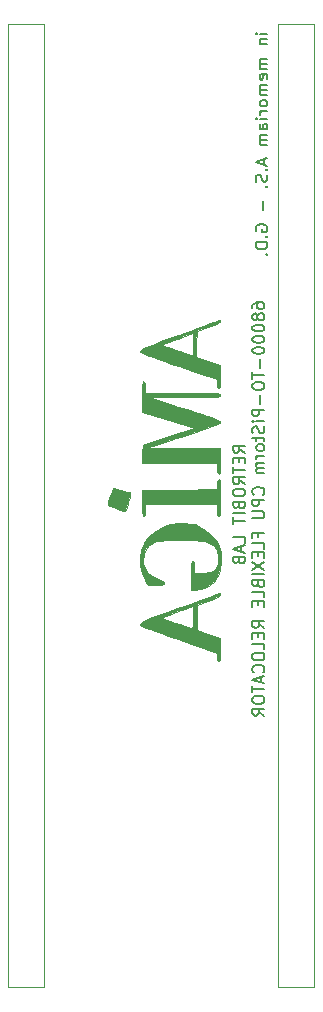
<source format=gbo>
%TF.GenerationSoftware,KiCad,Pcbnew,5.1.9+dfsg1-1~bpo10+1*%
%TF.CreationDate,2021-08-08T21:27:29+02:00*%
%TF.ProjectId,flexm68k,666c6578-6d36-4386-9b2e-6b696361645f,0.2*%
%TF.SameCoordinates,Original*%
%TF.FileFunction,Legend,Bot*%
%TF.FilePolarity,Positive*%
%FSLAX46Y46*%
G04 Gerber Fmt 4.6, Leading zero omitted, Abs format (unit mm)*
G04 Created by KiCad (PCBNEW 5.1.9+dfsg1-1~bpo10+1) date 2021-08-08 21:27:29*
%MOMM*%
%LPD*%
G01*
G04 APERTURE LIST*
%ADD10C,0.150000*%
%ADD11C,0.010000*%
%ADD12C,0.120000*%
G04 APERTURE END LIST*
D10*
X157027380Y-101938095D02*
X156551190Y-101604761D01*
X157027380Y-101366666D02*
X156027380Y-101366666D01*
X156027380Y-101747619D01*
X156075000Y-101842857D01*
X156122619Y-101890476D01*
X156217857Y-101938095D01*
X156360714Y-101938095D01*
X156455952Y-101890476D01*
X156503571Y-101842857D01*
X156551190Y-101747619D01*
X156551190Y-101366666D01*
X156503571Y-102366666D02*
X156503571Y-102700000D01*
X157027380Y-102842857D02*
X157027380Y-102366666D01*
X156027380Y-102366666D01*
X156027380Y-102842857D01*
X156027380Y-103128571D02*
X156027380Y-103700000D01*
X157027380Y-103414285D02*
X156027380Y-103414285D01*
X157027380Y-104604761D02*
X156551190Y-104271428D01*
X157027380Y-104033333D02*
X156027380Y-104033333D01*
X156027380Y-104414285D01*
X156075000Y-104509523D01*
X156122619Y-104557142D01*
X156217857Y-104604761D01*
X156360714Y-104604761D01*
X156455952Y-104557142D01*
X156503571Y-104509523D01*
X156551190Y-104414285D01*
X156551190Y-104033333D01*
X156027380Y-105223809D02*
X156027380Y-105414285D01*
X156075000Y-105509523D01*
X156170238Y-105604761D01*
X156360714Y-105652380D01*
X156694047Y-105652380D01*
X156884523Y-105604761D01*
X156979761Y-105509523D01*
X157027380Y-105414285D01*
X157027380Y-105223809D01*
X156979761Y-105128571D01*
X156884523Y-105033333D01*
X156694047Y-104985714D01*
X156360714Y-104985714D01*
X156170238Y-105033333D01*
X156075000Y-105128571D01*
X156027380Y-105223809D01*
X156503571Y-106414285D02*
X156551190Y-106557142D01*
X156598809Y-106604761D01*
X156694047Y-106652380D01*
X156836904Y-106652380D01*
X156932142Y-106604761D01*
X156979761Y-106557142D01*
X157027380Y-106461904D01*
X157027380Y-106080952D01*
X156027380Y-106080952D01*
X156027380Y-106414285D01*
X156075000Y-106509523D01*
X156122619Y-106557142D01*
X156217857Y-106604761D01*
X156313095Y-106604761D01*
X156408333Y-106557142D01*
X156455952Y-106509523D01*
X156503571Y-106414285D01*
X156503571Y-106080952D01*
X157027380Y-107080952D02*
X156027380Y-107080952D01*
X156027380Y-107414285D02*
X156027380Y-107985714D01*
X157027380Y-107700000D02*
X156027380Y-107700000D01*
X157027380Y-109557142D02*
X157027380Y-109080952D01*
X156027380Y-109080952D01*
X156741666Y-109842857D02*
X156741666Y-110319047D01*
X157027380Y-109747619D02*
X156027380Y-110080952D01*
X157027380Y-110414285D01*
X156503571Y-111080952D02*
X156551190Y-111223809D01*
X156598809Y-111271428D01*
X156694047Y-111319047D01*
X156836904Y-111319047D01*
X156932142Y-111271428D01*
X156979761Y-111223809D01*
X157027380Y-111128571D01*
X157027380Y-110747619D01*
X156027380Y-110747619D01*
X156027380Y-111080952D01*
X156075000Y-111176190D01*
X156122619Y-111223809D01*
X156217857Y-111271428D01*
X156313095Y-111271428D01*
X156408333Y-111223809D01*
X156455952Y-111176190D01*
X156503571Y-111080952D01*
X156503571Y-110747619D01*
X157677380Y-89676190D02*
X157677380Y-89485714D01*
X157725000Y-89390476D01*
X157772619Y-89342857D01*
X157915476Y-89247619D01*
X158105952Y-89200000D01*
X158486904Y-89200000D01*
X158582142Y-89247619D01*
X158629761Y-89295238D01*
X158677380Y-89390476D01*
X158677380Y-89580952D01*
X158629761Y-89676190D01*
X158582142Y-89723809D01*
X158486904Y-89771428D01*
X158248809Y-89771428D01*
X158153571Y-89723809D01*
X158105952Y-89676190D01*
X158058333Y-89580952D01*
X158058333Y-89390476D01*
X158105952Y-89295238D01*
X158153571Y-89247619D01*
X158248809Y-89200000D01*
X158105952Y-90342857D02*
X158058333Y-90247619D01*
X158010714Y-90200000D01*
X157915476Y-90152380D01*
X157867857Y-90152380D01*
X157772619Y-90200000D01*
X157725000Y-90247619D01*
X157677380Y-90342857D01*
X157677380Y-90533333D01*
X157725000Y-90628571D01*
X157772619Y-90676190D01*
X157867857Y-90723809D01*
X157915476Y-90723809D01*
X158010714Y-90676190D01*
X158058333Y-90628571D01*
X158105952Y-90533333D01*
X158105952Y-90342857D01*
X158153571Y-90247619D01*
X158201190Y-90200000D01*
X158296428Y-90152380D01*
X158486904Y-90152380D01*
X158582142Y-90200000D01*
X158629761Y-90247619D01*
X158677380Y-90342857D01*
X158677380Y-90533333D01*
X158629761Y-90628571D01*
X158582142Y-90676190D01*
X158486904Y-90723809D01*
X158296428Y-90723809D01*
X158201190Y-90676190D01*
X158153571Y-90628571D01*
X158105952Y-90533333D01*
X157677380Y-91342857D02*
X157677380Y-91438095D01*
X157725000Y-91533333D01*
X157772619Y-91580952D01*
X157867857Y-91628571D01*
X158058333Y-91676190D01*
X158296428Y-91676190D01*
X158486904Y-91628571D01*
X158582142Y-91580952D01*
X158629761Y-91533333D01*
X158677380Y-91438095D01*
X158677380Y-91342857D01*
X158629761Y-91247619D01*
X158582142Y-91200000D01*
X158486904Y-91152380D01*
X158296428Y-91104761D01*
X158058333Y-91104761D01*
X157867857Y-91152380D01*
X157772619Y-91200000D01*
X157725000Y-91247619D01*
X157677380Y-91342857D01*
X157677380Y-92295238D02*
X157677380Y-92390476D01*
X157725000Y-92485714D01*
X157772619Y-92533333D01*
X157867857Y-92580952D01*
X158058333Y-92628571D01*
X158296428Y-92628571D01*
X158486904Y-92580952D01*
X158582142Y-92533333D01*
X158629761Y-92485714D01*
X158677380Y-92390476D01*
X158677380Y-92295238D01*
X158629761Y-92200000D01*
X158582142Y-92152380D01*
X158486904Y-92104761D01*
X158296428Y-92057142D01*
X158058333Y-92057142D01*
X157867857Y-92104761D01*
X157772619Y-92152380D01*
X157725000Y-92200000D01*
X157677380Y-92295238D01*
X157677380Y-93247619D02*
X157677380Y-93342857D01*
X157725000Y-93438095D01*
X157772619Y-93485714D01*
X157867857Y-93533333D01*
X158058333Y-93580952D01*
X158296428Y-93580952D01*
X158486904Y-93533333D01*
X158582142Y-93485714D01*
X158629761Y-93438095D01*
X158677380Y-93342857D01*
X158677380Y-93247619D01*
X158629761Y-93152380D01*
X158582142Y-93104761D01*
X158486904Y-93057142D01*
X158296428Y-93009523D01*
X158058333Y-93009523D01*
X157867857Y-93057142D01*
X157772619Y-93104761D01*
X157725000Y-93152380D01*
X157677380Y-93247619D01*
X158296428Y-94009523D02*
X158296428Y-94771428D01*
X157677380Y-95104761D02*
X157677380Y-95676190D01*
X158677380Y-95390476D02*
X157677380Y-95390476D01*
X157677380Y-96200000D02*
X157677380Y-96390476D01*
X157725000Y-96485714D01*
X157820238Y-96580952D01*
X158010714Y-96628571D01*
X158344047Y-96628571D01*
X158534523Y-96580952D01*
X158629761Y-96485714D01*
X158677380Y-96390476D01*
X158677380Y-96200000D01*
X158629761Y-96104761D01*
X158534523Y-96009523D01*
X158344047Y-95961904D01*
X158010714Y-95961904D01*
X157820238Y-96009523D01*
X157725000Y-96104761D01*
X157677380Y-96200000D01*
X158296428Y-97057142D02*
X158296428Y-97819047D01*
X158677380Y-98295238D02*
X157677380Y-98295238D01*
X157677380Y-98676190D01*
X157725000Y-98771428D01*
X157772619Y-98819047D01*
X157867857Y-98866666D01*
X158010714Y-98866666D01*
X158105952Y-98819047D01*
X158153571Y-98771428D01*
X158201190Y-98676190D01*
X158201190Y-98295238D01*
X158677380Y-99295238D02*
X158010714Y-99295238D01*
X157677380Y-99295238D02*
X157725000Y-99247619D01*
X157772619Y-99295238D01*
X157725000Y-99342857D01*
X157677380Y-99295238D01*
X157772619Y-99295238D01*
X158629761Y-99723809D02*
X158677380Y-99866666D01*
X158677380Y-100104761D01*
X158629761Y-100200000D01*
X158582142Y-100247619D01*
X158486904Y-100295238D01*
X158391666Y-100295238D01*
X158296428Y-100247619D01*
X158248809Y-100200000D01*
X158201190Y-100104761D01*
X158153571Y-99914285D01*
X158105952Y-99819047D01*
X158058333Y-99771428D01*
X157963095Y-99723809D01*
X157867857Y-99723809D01*
X157772619Y-99771428D01*
X157725000Y-99819047D01*
X157677380Y-99914285D01*
X157677380Y-100152380D01*
X157725000Y-100295238D01*
X158010714Y-100580952D02*
X158010714Y-100961904D01*
X157677380Y-100723809D02*
X158534523Y-100723809D01*
X158629761Y-100771428D01*
X158677380Y-100866666D01*
X158677380Y-100961904D01*
X158677380Y-101438095D02*
X158629761Y-101342857D01*
X158582142Y-101295238D01*
X158486904Y-101247619D01*
X158201190Y-101247619D01*
X158105952Y-101295238D01*
X158058333Y-101342857D01*
X158010714Y-101438095D01*
X158010714Y-101580952D01*
X158058333Y-101676190D01*
X158105952Y-101723809D01*
X158201190Y-101771428D01*
X158486904Y-101771428D01*
X158582142Y-101723809D01*
X158629761Y-101676190D01*
X158677380Y-101580952D01*
X158677380Y-101438095D01*
X158677380Y-102200000D02*
X158010714Y-102200000D01*
X158201190Y-102200000D02*
X158105952Y-102247619D01*
X158058333Y-102295238D01*
X158010714Y-102390476D01*
X158010714Y-102485714D01*
X158677380Y-102819047D02*
X158010714Y-102819047D01*
X158105952Y-102819047D02*
X158058333Y-102866666D01*
X158010714Y-102961904D01*
X158010714Y-103104761D01*
X158058333Y-103200000D01*
X158153571Y-103247619D01*
X158677380Y-103247619D01*
X158153571Y-103247619D02*
X158058333Y-103295238D01*
X158010714Y-103390476D01*
X158010714Y-103533333D01*
X158058333Y-103628571D01*
X158153571Y-103676190D01*
X158677380Y-103676190D01*
X158582142Y-105485714D02*
X158629761Y-105438095D01*
X158677380Y-105295238D01*
X158677380Y-105200000D01*
X158629761Y-105057142D01*
X158534523Y-104961904D01*
X158439285Y-104914285D01*
X158248809Y-104866666D01*
X158105952Y-104866666D01*
X157915476Y-104914285D01*
X157820238Y-104961904D01*
X157725000Y-105057142D01*
X157677380Y-105200000D01*
X157677380Y-105295238D01*
X157725000Y-105438095D01*
X157772619Y-105485714D01*
X158677380Y-105914285D02*
X157677380Y-105914285D01*
X157677380Y-106295238D01*
X157725000Y-106390476D01*
X157772619Y-106438095D01*
X157867857Y-106485714D01*
X158010714Y-106485714D01*
X158105952Y-106438095D01*
X158153571Y-106390476D01*
X158201190Y-106295238D01*
X158201190Y-105914285D01*
X157677380Y-106914285D02*
X158486904Y-106914285D01*
X158582142Y-106961904D01*
X158629761Y-107009523D01*
X158677380Y-107104761D01*
X158677380Y-107295238D01*
X158629761Y-107390476D01*
X158582142Y-107438095D01*
X158486904Y-107485714D01*
X157677380Y-107485714D01*
X158153571Y-109057142D02*
X158153571Y-108723809D01*
X158677380Y-108723809D02*
X157677380Y-108723809D01*
X157677380Y-109200000D01*
X158677380Y-110057142D02*
X158677380Y-109580952D01*
X157677380Y-109580952D01*
X158153571Y-110390476D02*
X158153571Y-110723809D01*
X158677380Y-110866666D02*
X158677380Y-110390476D01*
X157677380Y-110390476D01*
X157677380Y-110866666D01*
X157677380Y-111200000D02*
X158677380Y-111866666D01*
X157677380Y-111866666D02*
X158677380Y-111200000D01*
X158677380Y-112247619D02*
X157677380Y-112247619D01*
X158153571Y-113057142D02*
X158201190Y-113199999D01*
X158248809Y-113247619D01*
X158344047Y-113295238D01*
X158486904Y-113295238D01*
X158582142Y-113247619D01*
X158629761Y-113199999D01*
X158677380Y-113104761D01*
X158677380Y-112723809D01*
X157677380Y-112723809D01*
X157677380Y-113057142D01*
X157725000Y-113152380D01*
X157772619Y-113199999D01*
X157867857Y-113247619D01*
X157963095Y-113247619D01*
X158058333Y-113199999D01*
X158105952Y-113152380D01*
X158153571Y-113057142D01*
X158153571Y-112723809D01*
X158677380Y-114199999D02*
X158677380Y-113723809D01*
X157677380Y-113723809D01*
X158153571Y-114533333D02*
X158153571Y-114866666D01*
X158677380Y-115009523D02*
X158677380Y-114533333D01*
X157677380Y-114533333D01*
X157677380Y-115009523D01*
X158677380Y-116771428D02*
X158201190Y-116438095D01*
X158677380Y-116199999D02*
X157677380Y-116199999D01*
X157677380Y-116580952D01*
X157725000Y-116676190D01*
X157772619Y-116723809D01*
X157867857Y-116771428D01*
X158010714Y-116771428D01*
X158105952Y-116723809D01*
X158153571Y-116676190D01*
X158201190Y-116580952D01*
X158201190Y-116199999D01*
X158153571Y-117199999D02*
X158153571Y-117533333D01*
X158677380Y-117676190D02*
X158677380Y-117199999D01*
X157677380Y-117199999D01*
X157677380Y-117676190D01*
X158677380Y-118580952D02*
X158677380Y-118104761D01*
X157677380Y-118104761D01*
X157677380Y-119104761D02*
X157677380Y-119295238D01*
X157725000Y-119390476D01*
X157820238Y-119485714D01*
X158010714Y-119533333D01*
X158344047Y-119533333D01*
X158534523Y-119485714D01*
X158629761Y-119390476D01*
X158677380Y-119295238D01*
X158677380Y-119104761D01*
X158629761Y-119009523D01*
X158534523Y-118914285D01*
X158344047Y-118866666D01*
X158010714Y-118866666D01*
X157820238Y-118914285D01*
X157725000Y-119009523D01*
X157677380Y-119104761D01*
X158582142Y-120533333D02*
X158629761Y-120485714D01*
X158677380Y-120342857D01*
X158677380Y-120247619D01*
X158629761Y-120104761D01*
X158534523Y-120009523D01*
X158439285Y-119961904D01*
X158248809Y-119914285D01*
X158105952Y-119914285D01*
X157915476Y-119961904D01*
X157820238Y-120009523D01*
X157725000Y-120104761D01*
X157677380Y-120247619D01*
X157677380Y-120342857D01*
X157725000Y-120485714D01*
X157772619Y-120533333D01*
X158391666Y-120914285D02*
X158391666Y-121390476D01*
X158677380Y-120819047D02*
X157677380Y-121152380D01*
X158677380Y-121485714D01*
X157677380Y-121676190D02*
X157677380Y-122247619D01*
X158677380Y-121961904D02*
X157677380Y-121961904D01*
X157677380Y-122771428D02*
X157677380Y-122961904D01*
X157725000Y-123057142D01*
X157820238Y-123152380D01*
X158010714Y-123199999D01*
X158344047Y-123199999D01*
X158534523Y-123152380D01*
X158629761Y-123057142D01*
X158677380Y-122961904D01*
X158677380Y-122771428D01*
X158629761Y-122676190D01*
X158534523Y-122580952D01*
X158344047Y-122533333D01*
X158010714Y-122533333D01*
X157820238Y-122580952D01*
X157725000Y-122676190D01*
X157677380Y-122771428D01*
X158677380Y-124199999D02*
X158201190Y-123866666D01*
X158677380Y-123628571D02*
X157677380Y-123628571D01*
X157677380Y-124009523D01*
X157725000Y-124104761D01*
X157772619Y-124152380D01*
X157867857Y-124199999D01*
X158010714Y-124199999D01*
X158105952Y-124152380D01*
X158153571Y-124104761D01*
X158201190Y-124009523D01*
X158201190Y-123628571D01*
X158952380Y-66466666D02*
X158285714Y-66466666D01*
X157952380Y-66466666D02*
X158000000Y-66419047D01*
X158047619Y-66466666D01*
X158000000Y-66514285D01*
X157952380Y-66466666D01*
X158047619Y-66466666D01*
X158285714Y-66942857D02*
X158952380Y-66942857D01*
X158380952Y-66942857D02*
X158333333Y-66990476D01*
X158285714Y-67085714D01*
X158285714Y-67228571D01*
X158333333Y-67323809D01*
X158428571Y-67371428D01*
X158952380Y-67371428D01*
X158952380Y-68609523D02*
X158285714Y-68609523D01*
X158380952Y-68609523D02*
X158333333Y-68657142D01*
X158285714Y-68752380D01*
X158285714Y-68895238D01*
X158333333Y-68990476D01*
X158428571Y-69038095D01*
X158952380Y-69038095D01*
X158428571Y-69038095D02*
X158333333Y-69085714D01*
X158285714Y-69180952D01*
X158285714Y-69323809D01*
X158333333Y-69419047D01*
X158428571Y-69466666D01*
X158952380Y-69466666D01*
X158904761Y-70323809D02*
X158952380Y-70228571D01*
X158952380Y-70038095D01*
X158904761Y-69942857D01*
X158809523Y-69895238D01*
X158428571Y-69895238D01*
X158333333Y-69942857D01*
X158285714Y-70038095D01*
X158285714Y-70228571D01*
X158333333Y-70323809D01*
X158428571Y-70371428D01*
X158523809Y-70371428D01*
X158619047Y-69895238D01*
X158952380Y-70800000D02*
X158285714Y-70800000D01*
X158380952Y-70800000D02*
X158333333Y-70847619D01*
X158285714Y-70942857D01*
X158285714Y-71085714D01*
X158333333Y-71180952D01*
X158428571Y-71228571D01*
X158952380Y-71228571D01*
X158428571Y-71228571D02*
X158333333Y-71276190D01*
X158285714Y-71371428D01*
X158285714Y-71514285D01*
X158333333Y-71609523D01*
X158428571Y-71657142D01*
X158952380Y-71657142D01*
X158952380Y-72276190D02*
X158904761Y-72180952D01*
X158857142Y-72133333D01*
X158761904Y-72085714D01*
X158476190Y-72085714D01*
X158380952Y-72133333D01*
X158333333Y-72180952D01*
X158285714Y-72276190D01*
X158285714Y-72419047D01*
X158333333Y-72514285D01*
X158380952Y-72561904D01*
X158476190Y-72609523D01*
X158761904Y-72609523D01*
X158857142Y-72561904D01*
X158904761Y-72514285D01*
X158952380Y-72419047D01*
X158952380Y-72276190D01*
X158952380Y-73038095D02*
X158285714Y-73038095D01*
X158476190Y-73038095D02*
X158380952Y-73085714D01*
X158333333Y-73133333D01*
X158285714Y-73228571D01*
X158285714Y-73323809D01*
X158952380Y-73657142D02*
X158285714Y-73657142D01*
X157952380Y-73657142D02*
X158000000Y-73609523D01*
X158047619Y-73657142D01*
X158000000Y-73704761D01*
X157952380Y-73657142D01*
X158047619Y-73657142D01*
X158952380Y-74561904D02*
X158428571Y-74561904D01*
X158333333Y-74514285D01*
X158285714Y-74419047D01*
X158285714Y-74228571D01*
X158333333Y-74133333D01*
X158904761Y-74561904D02*
X158952380Y-74466666D01*
X158952380Y-74228571D01*
X158904761Y-74133333D01*
X158809523Y-74085714D01*
X158714285Y-74085714D01*
X158619047Y-74133333D01*
X158571428Y-74228571D01*
X158571428Y-74466666D01*
X158523809Y-74561904D01*
X158952380Y-75038095D02*
X158285714Y-75038095D01*
X158380952Y-75038095D02*
X158333333Y-75085714D01*
X158285714Y-75180952D01*
X158285714Y-75323809D01*
X158333333Y-75419047D01*
X158428571Y-75466666D01*
X158952380Y-75466666D01*
X158428571Y-75466666D02*
X158333333Y-75514285D01*
X158285714Y-75609523D01*
X158285714Y-75752380D01*
X158333333Y-75847619D01*
X158428571Y-75895238D01*
X158952380Y-75895238D01*
X158666666Y-77085714D02*
X158666666Y-77561904D01*
X158952380Y-76990476D02*
X157952380Y-77323809D01*
X158952380Y-77657142D01*
X158857142Y-77990476D02*
X158904761Y-78038095D01*
X158952380Y-77990476D01*
X158904761Y-77942857D01*
X158857142Y-77990476D01*
X158952380Y-77990476D01*
X158904761Y-78419047D02*
X158952380Y-78561904D01*
X158952380Y-78800000D01*
X158904761Y-78895238D01*
X158857142Y-78942857D01*
X158761904Y-78990476D01*
X158666666Y-78990476D01*
X158571428Y-78942857D01*
X158523809Y-78895238D01*
X158476190Y-78800000D01*
X158428571Y-78609523D01*
X158380952Y-78514285D01*
X158333333Y-78466666D01*
X158238095Y-78419047D01*
X158142857Y-78419047D01*
X158047619Y-78466666D01*
X158000000Y-78514285D01*
X157952380Y-78609523D01*
X157952380Y-78847619D01*
X158000000Y-78990476D01*
X158857142Y-79419047D02*
X158904761Y-79466666D01*
X158952380Y-79419047D01*
X158904761Y-79371428D01*
X158857142Y-79419047D01*
X158952380Y-79419047D01*
X158571428Y-80657142D02*
X158571428Y-81419047D01*
X158000000Y-83180952D02*
X157952380Y-83085714D01*
X157952380Y-82942857D01*
X158000000Y-82800000D01*
X158095238Y-82704761D01*
X158190476Y-82657142D01*
X158380952Y-82609523D01*
X158523809Y-82609523D01*
X158714285Y-82657142D01*
X158809523Y-82704761D01*
X158904761Y-82800000D01*
X158952380Y-82942857D01*
X158952380Y-83038095D01*
X158904761Y-83180952D01*
X158857142Y-83228571D01*
X158523809Y-83228571D01*
X158523809Y-83038095D01*
X158857142Y-83657142D02*
X158904761Y-83704761D01*
X158952380Y-83657142D01*
X158904761Y-83609523D01*
X158857142Y-83657142D01*
X158952380Y-83657142D01*
X158952380Y-84133333D02*
X157952380Y-84133333D01*
X157952380Y-84371428D01*
X158000000Y-84514285D01*
X158095238Y-84609523D01*
X158190476Y-84657142D01*
X158380952Y-84704761D01*
X158523809Y-84704761D01*
X158714285Y-84657142D01*
X158809523Y-84609523D01*
X158904761Y-84514285D01*
X158952380Y-84371428D01*
X158952380Y-84133333D01*
X158857142Y-85133333D02*
X158904761Y-85180952D01*
X158952380Y-85133333D01*
X158904761Y-85085714D01*
X158857142Y-85133333D01*
X158952380Y-85133333D01*
D11*
%TO.C,L2*%
G36*
X145467633Y-106407739D02*
G01*
X145607635Y-106483128D01*
X145862898Y-106577177D01*
X146134033Y-106665705D01*
X146466241Y-106767201D01*
X146732499Y-106839747D01*
X146895814Y-106873721D01*
X146928509Y-106872320D01*
X146964932Y-106779884D01*
X147034733Y-106562821D01*
X147125798Y-106259608D01*
X147175198Y-106088842D01*
X147279591Y-105691393D01*
X147322952Y-105439452D01*
X147307038Y-105321263D01*
X147291479Y-105310294D01*
X147060605Y-105238992D01*
X146766548Y-105153610D01*
X146456746Y-105067191D01*
X146178638Y-104992776D01*
X145979660Y-104943409D01*
X145910703Y-104930667D01*
X145845300Y-105010411D01*
X145746430Y-105239191D01*
X145619901Y-105601326D01*
X145471518Y-106081134D01*
X145422928Y-106248051D01*
X145415272Y-106334788D01*
X145467633Y-106407739D01*
G37*
X145467633Y-106407739D02*
X145607635Y-106483128D01*
X145862898Y-106577177D01*
X146134033Y-106665705D01*
X146466241Y-106767201D01*
X146732499Y-106839747D01*
X146895814Y-106873721D01*
X146928509Y-106872320D01*
X146964932Y-106779884D01*
X147034733Y-106562821D01*
X147125798Y-106259608D01*
X147175198Y-106088842D01*
X147279591Y-105691393D01*
X147322952Y-105439452D01*
X147307038Y-105321263D01*
X147291479Y-105310294D01*
X147060605Y-105238992D01*
X146766548Y-105153610D01*
X146456746Y-105067191D01*
X146178638Y-104992776D01*
X145979660Y-104943409D01*
X145910703Y-104930667D01*
X145845300Y-105010411D01*
X145746430Y-105239191D01*
X145619901Y-105601326D01*
X145471518Y-106081134D01*
X145422928Y-106248051D01*
X145415272Y-106334788D01*
X145467633Y-106407739D01*
G36*
X148182153Y-116543213D02*
G01*
X148226263Y-116583379D01*
X148315355Y-116633504D01*
X148462958Y-116699039D01*
X148682601Y-116785435D01*
X148987811Y-116898145D01*
X149392118Y-117042619D01*
X149909050Y-117224310D01*
X150552136Y-117448669D01*
X151334903Y-117721149D01*
X151766333Y-117871368D01*
X154645000Y-118874034D01*
X154671034Y-119226017D01*
X154716354Y-119480368D01*
X154804512Y-119576735D01*
X154819201Y-119578000D01*
X154873701Y-119548207D01*
X154909814Y-119441664D01*
X154930839Y-119232628D01*
X154940076Y-118895354D01*
X154941333Y-118625082D01*
X154941333Y-117672165D01*
X153946500Y-117323883D01*
X152951666Y-116975601D01*
X152951666Y-114811145D01*
X153946069Y-114464073D01*
X154387090Y-114304126D01*
X154685427Y-114179925D01*
X154861402Y-114081355D01*
X154935336Y-113998300D01*
X154940902Y-113968833D01*
X154931242Y-113843835D01*
X154920166Y-113822429D01*
X154838738Y-113850802D01*
X154614774Y-113931150D01*
X154264841Y-114057472D01*
X153805500Y-114223769D01*
X153253319Y-114424039D01*
X152655333Y-114641216D01*
X152655333Y-114928922D01*
X152655333Y-115856461D01*
X152649687Y-116293706D01*
X152631281Y-116581274D01*
X152597912Y-116738491D01*
X152549500Y-116784726D01*
X152431743Y-116759682D01*
X152195921Y-116691393D01*
X151875423Y-116591101D01*
X151503639Y-116470051D01*
X151113959Y-116339485D01*
X150739772Y-116210647D01*
X150414470Y-116094780D01*
X150171442Y-116003128D01*
X150044078Y-115946934D01*
X150032952Y-115937333D01*
X150106534Y-115892353D01*
X150305737Y-115805341D01*
X150596494Y-115690593D01*
X150814331Y-115609407D01*
X151229175Y-115457551D01*
X151656340Y-115300399D01*
X152023140Y-115164713D01*
X152126166Y-115126368D01*
X152655333Y-114928922D01*
X152655333Y-114641216D01*
X152624861Y-114652283D01*
X151936690Y-114902500D01*
X151554666Y-115041517D01*
X150717024Y-115347499D01*
X150025946Y-115602715D01*
X149468256Y-115812586D01*
X149030777Y-115982532D01*
X148700333Y-116117974D01*
X148463748Y-116224331D01*
X148307846Y-116307024D01*
X148219451Y-116371473D01*
X148185385Y-116423099D01*
X148184432Y-116427944D01*
X148174766Y-116470947D01*
X148169497Y-116507552D01*
X148182153Y-116543213D01*
G37*
X148182153Y-116543213D02*
X148226263Y-116583379D01*
X148315355Y-116633504D01*
X148462958Y-116699039D01*
X148682601Y-116785435D01*
X148987811Y-116898145D01*
X149392118Y-117042619D01*
X149909050Y-117224310D01*
X150552136Y-117448669D01*
X151334903Y-117721149D01*
X151766333Y-117871368D01*
X154645000Y-118874034D01*
X154671034Y-119226017D01*
X154716354Y-119480368D01*
X154804512Y-119576735D01*
X154819201Y-119578000D01*
X154873701Y-119548207D01*
X154909814Y-119441664D01*
X154930839Y-119232628D01*
X154940076Y-118895354D01*
X154941333Y-118625082D01*
X154941333Y-117672165D01*
X153946500Y-117323883D01*
X152951666Y-116975601D01*
X152951666Y-114811145D01*
X153946069Y-114464073D01*
X154387090Y-114304126D01*
X154685427Y-114179925D01*
X154861402Y-114081355D01*
X154935336Y-113998300D01*
X154940902Y-113968833D01*
X154931242Y-113843835D01*
X154920166Y-113822429D01*
X154838738Y-113850802D01*
X154614774Y-113931150D01*
X154264841Y-114057472D01*
X153805500Y-114223769D01*
X153253319Y-114424039D01*
X152655333Y-114641216D01*
X152655333Y-114928922D01*
X152655333Y-115856461D01*
X152649687Y-116293706D01*
X152631281Y-116581274D01*
X152597912Y-116738491D01*
X152549500Y-116784726D01*
X152431743Y-116759682D01*
X152195921Y-116691393D01*
X151875423Y-116591101D01*
X151503639Y-116470051D01*
X151113959Y-116339485D01*
X150739772Y-116210647D01*
X150414470Y-116094780D01*
X150171442Y-116003128D01*
X150044078Y-115946934D01*
X150032952Y-115937333D01*
X150106534Y-115892353D01*
X150305737Y-115805341D01*
X150596494Y-115690593D01*
X150814331Y-115609407D01*
X151229175Y-115457551D01*
X151656340Y-115300399D01*
X152023140Y-115164713D01*
X152126166Y-115126368D01*
X152655333Y-114928922D01*
X152655333Y-114641216D01*
X152624861Y-114652283D01*
X151936690Y-114902500D01*
X151554666Y-115041517D01*
X150717024Y-115347499D01*
X150025946Y-115602715D01*
X149468256Y-115812586D01*
X149030777Y-115982532D01*
X148700333Y-116117974D01*
X148463748Y-116224331D01*
X148307846Y-116307024D01*
X148219451Y-116371473D01*
X148185385Y-116423099D01*
X148184432Y-116427944D01*
X148174766Y-116470947D01*
X148169497Y-116507552D01*
X148182153Y-116543213D01*
G36*
X148340167Y-106659860D02*
G01*
X148350599Y-106973813D01*
X148371523Y-107168612D01*
X148405832Y-107269316D01*
X148456421Y-107300981D01*
X148464333Y-107301333D01*
X148538009Y-107262383D01*
X148577603Y-107124275D01*
X148591069Y-106855125D01*
X148591333Y-106792264D01*
X148591333Y-106283194D01*
X151618166Y-106305430D01*
X154645000Y-106327667D01*
X154670391Y-106814500D01*
X154699047Y-107111038D01*
X154750900Y-107264440D01*
X154818558Y-107301333D01*
X154862590Y-107277465D01*
X154894998Y-107191857D01*
X154917428Y-107023510D01*
X154931525Y-106751421D01*
X154938937Y-106354589D01*
X154941309Y-105812012D01*
X154941333Y-105735000D01*
X154939454Y-105173113D01*
X154932724Y-104759549D01*
X154919501Y-104473330D01*
X154898143Y-104293475D01*
X154867008Y-104199006D01*
X154824455Y-104168943D01*
X154818757Y-104168667D01*
X154737289Y-104226280D01*
X154688341Y-104414429D01*
X154670591Y-104613167D01*
X154645000Y-105057667D01*
X151491166Y-105079864D01*
X148337333Y-105102061D01*
X148337333Y-106201697D01*
X148340167Y-106659860D01*
G37*
X148340167Y-106659860D02*
X148350599Y-106973813D01*
X148371523Y-107168612D01*
X148405832Y-107269316D01*
X148456421Y-107300981D01*
X148464333Y-107301333D01*
X148538009Y-107262383D01*
X148577603Y-107124275D01*
X148591069Y-106855125D01*
X148591333Y-106792264D01*
X148591333Y-106283194D01*
X151618166Y-106305430D01*
X154645000Y-106327667D01*
X154670391Y-106814500D01*
X154699047Y-107111038D01*
X154750900Y-107264440D01*
X154818558Y-107301333D01*
X154862590Y-107277465D01*
X154894998Y-107191857D01*
X154917428Y-107023510D01*
X154931525Y-106751421D01*
X154938937Y-106354589D01*
X154941309Y-105812012D01*
X154941333Y-105735000D01*
X154939454Y-105173113D01*
X154932724Y-104759549D01*
X154919501Y-104473330D01*
X154898143Y-104293475D01*
X154867008Y-104199006D01*
X154824455Y-104168943D01*
X154818757Y-104168667D01*
X154737289Y-104226280D01*
X154688341Y-104414429D01*
X154670591Y-104613167D01*
X154645000Y-105057667D01*
X151491166Y-105079864D01*
X148337333Y-105102061D01*
X148337333Y-106201697D01*
X148340167Y-106659860D01*
G36*
X154687333Y-102814000D02*
G01*
X154687333Y-103279667D01*
X154698735Y-103560491D01*
X154738743Y-103705072D01*
X154814333Y-103745333D01*
X154867226Y-103720804D01*
X154903478Y-103630516D01*
X154925980Y-103449424D01*
X154937620Y-103152480D01*
X154941290Y-102714636D01*
X154941333Y-102644667D01*
X154941333Y-101544000D01*
X151879222Y-101544000D01*
X151180111Y-101542956D01*
X150539218Y-101539983D01*
X149975070Y-101535324D01*
X149506195Y-101529220D01*
X149151118Y-101521911D01*
X148928367Y-101513638D01*
X148856445Y-101504666D01*
X148943253Y-101470692D01*
X149173337Y-101391076D01*
X149528689Y-101271773D01*
X149991303Y-101118737D01*
X150543174Y-100937922D01*
X151166293Y-100735281D01*
X151842656Y-100516769D01*
X151897389Y-100499146D01*
X152685556Y-100244409D01*
X153326651Y-100034416D01*
X153835311Y-99863664D01*
X154226171Y-99726651D01*
X154513866Y-99617873D01*
X154713033Y-99531827D01*
X154838306Y-99463012D01*
X154904321Y-99405925D01*
X154925052Y-99360796D01*
X154919421Y-99295323D01*
X154867681Y-99232006D01*
X154749158Y-99161742D01*
X154543176Y-99075429D01*
X154229060Y-98963966D01*
X153786134Y-98818248D01*
X153443386Y-98708499D01*
X152817727Y-98508658D01*
X152102584Y-98279268D01*
X151369450Y-98043316D01*
X150689817Y-97823793D01*
X150411666Y-97733630D01*
X148887666Y-97238892D01*
X151914500Y-97232446D01*
X152709548Y-97230505D01*
X153351605Y-97227785D01*
X153857011Y-97223337D01*
X154242107Y-97216211D01*
X154523235Y-97205460D01*
X154716735Y-97190133D01*
X154838948Y-97169283D01*
X154906217Y-97141959D01*
X154934881Y-97107213D01*
X154941283Y-97064097D01*
X154941333Y-97056667D01*
X154937109Y-97013111D01*
X154913792Y-96977747D01*
X154855414Y-96949720D01*
X154746008Y-96928178D01*
X154569607Y-96912268D01*
X154310243Y-96901138D01*
X153951948Y-96893934D01*
X153478755Y-96889805D01*
X152874698Y-96887897D01*
X152123807Y-96887357D01*
X151770558Y-96887333D01*
X148599783Y-96887333D01*
X148574391Y-96407189D01*
X148540970Y-96112088D01*
X148482722Y-95930646D01*
X148443166Y-95892133D01*
X148401070Y-95916800D01*
X148370997Y-96035336D01*
X148351389Y-96266424D01*
X148340688Y-96628745D01*
X148337336Y-97140984D01*
X148337333Y-97161312D01*
X148337333Y-98465401D01*
X152782333Y-99830443D01*
X150581000Y-100543159D01*
X148379666Y-101255875D01*
X148355322Y-102034937D01*
X148330978Y-102814000D01*
X154687333Y-102814000D01*
G37*
X154687333Y-102814000D02*
X154687333Y-103279667D01*
X154698735Y-103560491D01*
X154738743Y-103705072D01*
X154814333Y-103745333D01*
X154867226Y-103720804D01*
X154903478Y-103630516D01*
X154925980Y-103449424D01*
X154937620Y-103152480D01*
X154941290Y-102714636D01*
X154941333Y-102644667D01*
X154941333Y-101544000D01*
X151879222Y-101544000D01*
X151180111Y-101542956D01*
X150539218Y-101539983D01*
X149975070Y-101535324D01*
X149506195Y-101529220D01*
X149151118Y-101521911D01*
X148928367Y-101513638D01*
X148856445Y-101504666D01*
X148943253Y-101470692D01*
X149173337Y-101391076D01*
X149528689Y-101271773D01*
X149991303Y-101118737D01*
X150543174Y-100937922D01*
X151166293Y-100735281D01*
X151842656Y-100516769D01*
X151897389Y-100499146D01*
X152685556Y-100244409D01*
X153326651Y-100034416D01*
X153835311Y-99863664D01*
X154226171Y-99726651D01*
X154513866Y-99617873D01*
X154713033Y-99531827D01*
X154838306Y-99463012D01*
X154904321Y-99405925D01*
X154925052Y-99360796D01*
X154919421Y-99295323D01*
X154867681Y-99232006D01*
X154749158Y-99161742D01*
X154543176Y-99075429D01*
X154229060Y-98963966D01*
X153786134Y-98818248D01*
X153443386Y-98708499D01*
X152817727Y-98508658D01*
X152102584Y-98279268D01*
X151369450Y-98043316D01*
X150689817Y-97823793D01*
X150411666Y-97733630D01*
X148887666Y-97238892D01*
X151914500Y-97232446D01*
X152709548Y-97230505D01*
X153351605Y-97227785D01*
X153857011Y-97223337D01*
X154242107Y-97216211D01*
X154523235Y-97205460D01*
X154716735Y-97190133D01*
X154838948Y-97169283D01*
X154906217Y-97141959D01*
X154934881Y-97107213D01*
X154941283Y-97064097D01*
X154941333Y-97056667D01*
X154937109Y-97013111D01*
X154913792Y-96977747D01*
X154855414Y-96949720D01*
X154746008Y-96928178D01*
X154569607Y-96912268D01*
X154310243Y-96901138D01*
X153951948Y-96893934D01*
X153478755Y-96889805D01*
X152874698Y-96887897D01*
X152123807Y-96887357D01*
X151770558Y-96887333D01*
X148599783Y-96887333D01*
X148574391Y-96407189D01*
X148540970Y-96112088D01*
X148482722Y-95930646D01*
X148443166Y-95892133D01*
X148401070Y-95916800D01*
X148370997Y-96035336D01*
X148351389Y-96266424D01*
X148340688Y-96628745D01*
X148337336Y-97140984D01*
X148337333Y-97161312D01*
X148337333Y-98465401D01*
X152782333Y-99830443D01*
X150581000Y-100543159D01*
X148379666Y-101255875D01*
X148355322Y-102034937D01*
X148330978Y-102814000D01*
X154687333Y-102814000D01*
G36*
X148191868Y-93380426D02*
G01*
X148252708Y-93452393D01*
X148390521Y-93532991D01*
X148628574Y-93634210D01*
X148990133Y-93768038D01*
X149285398Y-93872252D01*
X149689917Y-94013647D01*
X150215823Y-94197417D01*
X150824635Y-94410118D01*
X151477869Y-94638305D01*
X152137045Y-94868535D01*
X152528333Y-95005182D01*
X154645000Y-95744333D01*
X154671034Y-96104167D01*
X154714849Y-96361059D01*
X154799844Y-96461767D01*
X154819201Y-96464000D01*
X154873616Y-96434258D01*
X154909706Y-96327892D01*
X154930752Y-96119193D01*
X154940039Y-95782451D01*
X154941333Y-95507674D01*
X154941333Y-94551349D01*
X153922887Y-94184100D01*
X152904442Y-93816851D01*
X152928054Y-92750043D01*
X152951666Y-91683236D01*
X153925333Y-91334453D01*
X154393138Y-91157758D01*
X154708388Y-91016402D01*
X154882790Y-90904589D01*
X154927949Y-90837993D01*
X154913578Y-90732045D01*
X154800949Y-90739900D01*
X154689364Y-90778952D01*
X154436531Y-90869536D01*
X154060293Y-91005195D01*
X153578497Y-91179472D01*
X153008987Y-91385909D01*
X152655333Y-91514310D01*
X152655333Y-91812375D01*
X152655333Y-92741187D01*
X152649944Y-93114882D01*
X152635333Y-93416734D01*
X152613836Y-93612525D01*
X152591933Y-93670000D01*
X152479794Y-93643843D01*
X152244793Y-93573244D01*
X151921842Y-93470008D01*
X151545851Y-93345944D01*
X151151733Y-93212857D01*
X150774399Y-93082554D01*
X150448759Y-92966842D01*
X150209724Y-92877527D01*
X150092207Y-92826417D01*
X150087472Y-92823012D01*
X150116194Y-92761157D01*
X150268344Y-92675957D01*
X150383806Y-92630632D01*
X150612589Y-92549487D01*
X150951768Y-92428044D01*
X151352576Y-92283807D01*
X151702833Y-92157247D01*
X152655333Y-91812375D01*
X152655333Y-91514310D01*
X152369609Y-91618048D01*
X151678207Y-91869431D01*
X151427666Y-91960608D01*
X150610798Y-92259002D01*
X149939976Y-92506798D01*
X149401534Y-92709661D01*
X148981806Y-92873257D01*
X148667126Y-93003252D01*
X148443828Y-93105312D01*
X148298245Y-93185103D01*
X148216711Y-93248291D01*
X148185561Y-93300541D01*
X148184732Y-93305102D01*
X148191868Y-93380426D01*
G37*
X148191868Y-93380426D02*
X148252708Y-93452393D01*
X148390521Y-93532991D01*
X148628574Y-93634210D01*
X148990133Y-93768038D01*
X149285398Y-93872252D01*
X149689917Y-94013647D01*
X150215823Y-94197417D01*
X150824635Y-94410118D01*
X151477869Y-94638305D01*
X152137045Y-94868535D01*
X152528333Y-95005182D01*
X154645000Y-95744333D01*
X154671034Y-96104167D01*
X154714849Y-96361059D01*
X154799844Y-96461767D01*
X154819201Y-96464000D01*
X154873616Y-96434258D01*
X154909706Y-96327892D01*
X154930752Y-96119193D01*
X154940039Y-95782451D01*
X154941333Y-95507674D01*
X154941333Y-94551349D01*
X153922887Y-94184100D01*
X152904442Y-93816851D01*
X152928054Y-92750043D01*
X152951666Y-91683236D01*
X153925333Y-91334453D01*
X154393138Y-91157758D01*
X154708388Y-91016402D01*
X154882790Y-90904589D01*
X154927949Y-90837993D01*
X154913578Y-90732045D01*
X154800949Y-90739900D01*
X154689364Y-90778952D01*
X154436531Y-90869536D01*
X154060293Y-91005195D01*
X153578497Y-91179472D01*
X153008987Y-91385909D01*
X152655333Y-91514310D01*
X152655333Y-91812375D01*
X152655333Y-92741187D01*
X152649944Y-93114882D01*
X152635333Y-93416734D01*
X152613836Y-93612525D01*
X152591933Y-93670000D01*
X152479794Y-93643843D01*
X152244793Y-93573244D01*
X151921842Y-93470008D01*
X151545851Y-93345944D01*
X151151733Y-93212857D01*
X150774399Y-93082554D01*
X150448759Y-92966842D01*
X150209724Y-92877527D01*
X150092207Y-92826417D01*
X150087472Y-92823012D01*
X150116194Y-92761157D01*
X150268344Y-92675957D01*
X150383806Y-92630632D01*
X150612589Y-92549487D01*
X150951768Y-92428044D01*
X151352576Y-92283807D01*
X151702833Y-92157247D01*
X152655333Y-91812375D01*
X152655333Y-91514310D01*
X152369609Y-91618048D01*
X151678207Y-91869431D01*
X151427666Y-91960608D01*
X150610798Y-92259002D01*
X149939976Y-92506798D01*
X149401534Y-92709661D01*
X148981806Y-92873257D01*
X148667126Y-93003252D01*
X148443828Y-93105312D01*
X148298245Y-93185103D01*
X148216711Y-93248291D01*
X148185561Y-93300541D01*
X148184732Y-93305102D01*
X148191868Y-93380426D01*
G36*
X148198600Y-111476623D02*
G01*
X148330930Y-112120917D01*
X148568773Y-112719455D01*
X148667998Y-112896529D01*
X148755671Y-113028536D01*
X148848976Y-113107012D01*
X148991490Y-113145914D01*
X149226792Y-113159196D01*
X149493026Y-113160742D01*
X149828440Y-113156926D01*
X150030370Y-113139026D01*
X150134580Y-113098258D01*
X150176837Y-113025836D01*
X150183653Y-112991099D01*
X150161581Y-112863348D01*
X150024902Y-112768638D01*
X149887319Y-112718762D01*
X149307554Y-112470473D01*
X148869402Y-112140686D01*
X148577276Y-111734463D01*
X148435587Y-111256864D01*
X148422000Y-111037675D01*
X148475192Y-110537888D01*
X148646150Y-110134040D01*
X148951940Y-109785932D01*
X148954394Y-109783775D01*
X149144373Y-109638896D01*
X149359350Y-109526901D01*
X149621907Y-109444433D01*
X149954631Y-109388135D01*
X150380103Y-109354650D01*
X150920909Y-109340622D01*
X151599632Y-109342692D01*
X151893333Y-109346917D01*
X152480718Y-109357509D01*
X152925369Y-109369184D01*
X153253876Y-109384967D01*
X153492827Y-109407882D01*
X153668811Y-109440955D01*
X153808416Y-109487209D01*
X153938232Y-109549671D01*
X154006723Y-109587333D01*
X154403828Y-109875208D01*
X154650261Y-110220921D01*
X154761688Y-110650617D01*
X154772000Y-110864342D01*
X154736387Y-111342742D01*
X154617951Y-111691870D01*
X154399295Y-111927695D01*
X154063021Y-112066181D01*
X153591732Y-112123296D01*
X153396166Y-112127017D01*
X152740000Y-112127333D01*
X152740000Y-111619333D01*
X152730246Y-111324361D01*
X152695671Y-111165991D01*
X152628302Y-111112335D01*
X152613000Y-111111333D01*
X152562555Y-111134702D01*
X152527151Y-111220738D01*
X152504317Y-111393330D01*
X152491580Y-111676370D01*
X152486470Y-112093750D01*
X152486000Y-112339000D01*
X152486000Y-113566667D01*
X152766966Y-113566667D01*
X153199975Y-113511886D01*
X153658335Y-113366535D01*
X154060876Y-113159098D01*
X154182179Y-113070035D01*
X154393732Y-112851737D01*
X154613204Y-112559143D01*
X154729403Y-112369103D01*
X154851035Y-112126427D01*
X154927980Y-111902516D01*
X154972236Y-111642035D01*
X154995800Y-111289648D01*
X155002095Y-111111333D01*
X155006880Y-110679983D01*
X154985663Y-110360285D01*
X154931610Y-110095648D01*
X154851341Y-109863089D01*
X154575424Y-109358309D01*
X154172275Y-108877711D01*
X153682980Y-108464004D01*
X153264545Y-108213541D01*
X153016672Y-108095625D01*
X152812210Y-108016969D01*
X152605943Y-107969646D01*
X152352656Y-107945727D01*
X152007134Y-107937282D01*
X151683675Y-107936333D01*
X151243744Y-107938871D01*
X150927311Y-107951675D01*
X150688561Y-107982529D01*
X150481678Y-108039216D01*
X150260843Y-108129520D01*
X150096424Y-108205995D01*
X149479424Y-108572929D01*
X148945525Y-109038722D01*
X148532915Y-109568678D01*
X148461831Y-109691128D01*
X148261337Y-110219537D01*
X148174498Y-110828766D01*
X148198600Y-111476623D01*
G37*
X148198600Y-111476623D02*
X148330930Y-112120917D01*
X148568773Y-112719455D01*
X148667998Y-112896529D01*
X148755671Y-113028536D01*
X148848976Y-113107012D01*
X148991490Y-113145914D01*
X149226792Y-113159196D01*
X149493026Y-113160742D01*
X149828440Y-113156926D01*
X150030370Y-113139026D01*
X150134580Y-113098258D01*
X150176837Y-113025836D01*
X150183653Y-112991099D01*
X150161581Y-112863348D01*
X150024902Y-112768638D01*
X149887319Y-112718762D01*
X149307554Y-112470473D01*
X148869402Y-112140686D01*
X148577276Y-111734463D01*
X148435587Y-111256864D01*
X148422000Y-111037675D01*
X148475192Y-110537888D01*
X148646150Y-110134040D01*
X148951940Y-109785932D01*
X148954394Y-109783775D01*
X149144373Y-109638896D01*
X149359350Y-109526901D01*
X149621907Y-109444433D01*
X149954631Y-109388135D01*
X150380103Y-109354650D01*
X150920909Y-109340622D01*
X151599632Y-109342692D01*
X151893333Y-109346917D01*
X152480718Y-109357509D01*
X152925369Y-109369184D01*
X153253876Y-109384967D01*
X153492827Y-109407882D01*
X153668811Y-109440955D01*
X153808416Y-109487209D01*
X153938232Y-109549671D01*
X154006723Y-109587333D01*
X154403828Y-109875208D01*
X154650261Y-110220921D01*
X154761688Y-110650617D01*
X154772000Y-110864342D01*
X154736387Y-111342742D01*
X154617951Y-111691870D01*
X154399295Y-111927695D01*
X154063021Y-112066181D01*
X153591732Y-112123296D01*
X153396166Y-112127017D01*
X152740000Y-112127333D01*
X152740000Y-111619333D01*
X152730246Y-111324361D01*
X152695671Y-111165991D01*
X152628302Y-111112335D01*
X152613000Y-111111333D01*
X152562555Y-111134702D01*
X152527151Y-111220738D01*
X152504317Y-111393330D01*
X152491580Y-111676370D01*
X152486470Y-112093750D01*
X152486000Y-112339000D01*
X152486000Y-113566667D01*
X152766966Y-113566667D01*
X153199975Y-113511886D01*
X153658335Y-113366535D01*
X154060876Y-113159098D01*
X154182179Y-113070035D01*
X154393732Y-112851737D01*
X154613204Y-112559143D01*
X154729403Y-112369103D01*
X154851035Y-112126427D01*
X154927980Y-111902516D01*
X154972236Y-111642035D01*
X154995800Y-111289648D01*
X155002095Y-111111333D01*
X155006880Y-110679983D01*
X154985663Y-110360285D01*
X154931610Y-110095648D01*
X154851341Y-109863089D01*
X154575424Y-109358309D01*
X154172275Y-108877711D01*
X153682980Y-108464004D01*
X153264545Y-108213541D01*
X153016672Y-108095625D01*
X152812210Y-108016969D01*
X152605943Y-107969646D01*
X152352656Y-107945727D01*
X152007134Y-107937282D01*
X151683675Y-107936333D01*
X151243744Y-107938871D01*
X150927311Y-107951675D01*
X150688561Y-107982529D01*
X150481678Y-108039216D01*
X150260843Y-108129520D01*
X150096424Y-108205995D01*
X149479424Y-108572929D01*
X148945525Y-109038722D01*
X148532915Y-109568678D01*
X148461831Y-109691128D01*
X148261337Y-110219537D01*
X148174498Y-110828766D01*
X148198600Y-111476623D01*
D12*
%TO.C,U1*%
X137016000Y-65663000D02*
X140064000Y-65663000D01*
X159876000Y-147197000D02*
X162924000Y-147197000D01*
X137016000Y-65663000D02*
X137016000Y-147197000D01*
X162924000Y-65663000D02*
X159876000Y-65663000D01*
X162924000Y-147197000D02*
X162924000Y-65663000D01*
X137016000Y-147197000D02*
X140064000Y-147197000D01*
X140064000Y-65663000D02*
X140064000Y-147197000D01*
X159876000Y-147197000D02*
X159876000Y-65663000D01*
%TD*%
M02*

</source>
